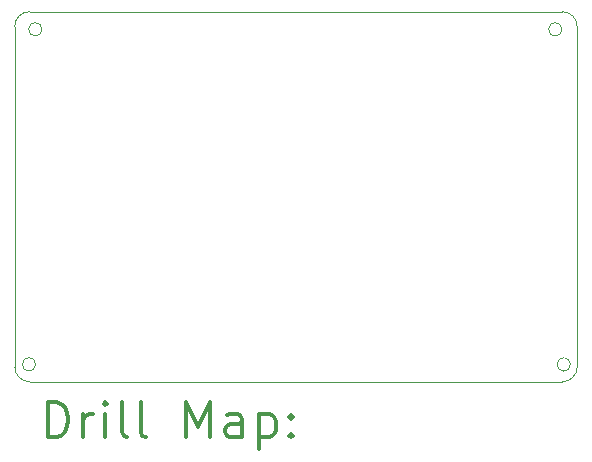
<source format=gbr>
%FSLAX45Y45*%
G04 Gerber Fmt 4.5, Leading zero omitted, Abs format (unit mm)*
G04 Created by KiCad (PCBNEW 5.1.5+dfsg1-2build2) date 2021-06-15 21:01:17*
%MOMM*%
%LPD*%
G04 APERTURE LIST*
%TA.AperFunction,Profile*%
%ADD10C,0.100000*%
%TD*%
%ADD11C,0.200000*%
%ADD12C,0.300000*%
G04 APERTURE END LIST*
D10*
X2542948Y-2461260D02*
G75*
G03X2542948Y-2461260I-56796J0D01*
G01*
X6945276Y-2461260D02*
G75*
G03X6945276Y-2461260I-56796J0D01*
G01*
X2489200Y-5298440D02*
G75*
G03X2489200Y-5298440I-56796J0D01*
G01*
X2438400Y-2311400D02*
X6946900Y-2311400D01*
X2311400Y-5318760D02*
X2311400Y-2438400D01*
X6946900Y-5445760D02*
X2438400Y-5445760D01*
X7073900Y-2438400D02*
X7073900Y-5318760D01*
X7073900Y-5318760D02*
G75*
G02X6946900Y-5445760I-127000J0D01*
G01*
X2438400Y-5445760D02*
G75*
G02X2311400Y-5318760I0J127000D01*
G01*
X2311400Y-2438400D02*
G75*
G02X2438400Y-2311400I127000J0D01*
G01*
X6946900Y-2311400D02*
G75*
G02X7073900Y-2438400I0J-127000D01*
G01*
X7016396Y-5298440D02*
G75*
G03X7016396Y-5298440I-56796J0D01*
G01*
D11*
D12*
X2592828Y-5916474D02*
X2592828Y-5616474D01*
X2664257Y-5616474D01*
X2707114Y-5630760D01*
X2735686Y-5659331D01*
X2749971Y-5687903D01*
X2764257Y-5745046D01*
X2764257Y-5787903D01*
X2749971Y-5845046D01*
X2735686Y-5873617D01*
X2707114Y-5902189D01*
X2664257Y-5916474D01*
X2592828Y-5916474D01*
X2892828Y-5916474D02*
X2892828Y-5716474D01*
X2892828Y-5773617D02*
X2907114Y-5745046D01*
X2921400Y-5730760D01*
X2949971Y-5716474D01*
X2978543Y-5716474D01*
X3078543Y-5916474D02*
X3078543Y-5716474D01*
X3078543Y-5616474D02*
X3064257Y-5630760D01*
X3078543Y-5645046D01*
X3092828Y-5630760D01*
X3078543Y-5616474D01*
X3078543Y-5645046D01*
X3264257Y-5916474D02*
X3235686Y-5902189D01*
X3221400Y-5873617D01*
X3221400Y-5616474D01*
X3421400Y-5916474D02*
X3392828Y-5902189D01*
X3378543Y-5873617D01*
X3378543Y-5616474D01*
X3764257Y-5916474D02*
X3764257Y-5616474D01*
X3864257Y-5830760D01*
X3964257Y-5616474D01*
X3964257Y-5916474D01*
X4235686Y-5916474D02*
X4235686Y-5759331D01*
X4221400Y-5730760D01*
X4192828Y-5716474D01*
X4135686Y-5716474D01*
X4107114Y-5730760D01*
X4235686Y-5902189D02*
X4207114Y-5916474D01*
X4135686Y-5916474D01*
X4107114Y-5902189D01*
X4092828Y-5873617D01*
X4092828Y-5845046D01*
X4107114Y-5816474D01*
X4135686Y-5802189D01*
X4207114Y-5802189D01*
X4235686Y-5787903D01*
X4378543Y-5716474D02*
X4378543Y-6016474D01*
X4378543Y-5730760D02*
X4407114Y-5716474D01*
X4464257Y-5716474D01*
X4492828Y-5730760D01*
X4507114Y-5745046D01*
X4521400Y-5773617D01*
X4521400Y-5859331D01*
X4507114Y-5887903D01*
X4492828Y-5902189D01*
X4464257Y-5916474D01*
X4407114Y-5916474D01*
X4378543Y-5902189D01*
X4649971Y-5887903D02*
X4664257Y-5902189D01*
X4649971Y-5916474D01*
X4635686Y-5902189D01*
X4649971Y-5887903D01*
X4649971Y-5916474D01*
X4649971Y-5730760D02*
X4664257Y-5745046D01*
X4649971Y-5759331D01*
X4635686Y-5745046D01*
X4649971Y-5730760D01*
X4649971Y-5759331D01*
M02*

</source>
